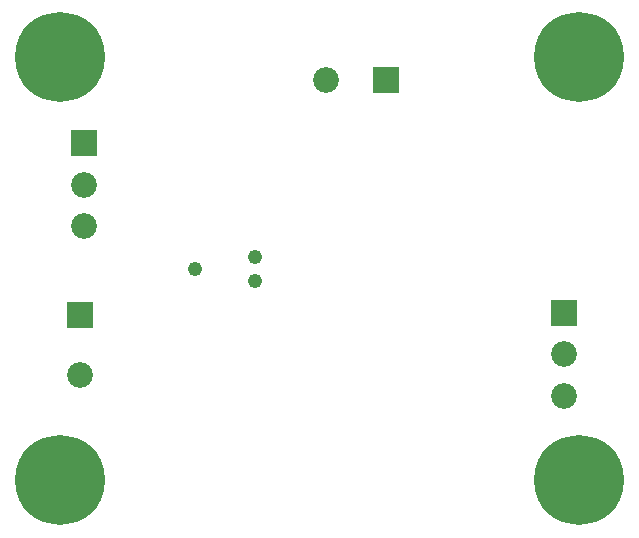
<source format=gbr>
G04 start of page 8 for group -4062 idx -4062 *
G04 Title: (unknown), soldermask *
G04 Creator: pcb 4.0.2 *
G04 CreationDate: Mon Feb 22 17:58:17 2021 UTC *
G04 For: ndholmes *
G04 Format: Gerber/RS-274X *
G04 PCB-Dimensions (mil): 2100.00 1750.00 *
G04 PCB-Coordinate-Origin: lower left *
%MOIN*%
%FSLAX25Y25*%
%LNBOTTOMMASK*%
%ADD51C,0.0490*%
%ADD50C,0.0860*%
%ADD49C,0.0001*%
%ADD48C,0.2997*%
G54D48*X190000Y158000D03*
G54D49*G36*
X121200Y154800D02*Y146200D01*
X129800D01*
Y154800D01*
X121200D01*
G37*
G54D50*X105500Y150500D03*
G54D48*X17000Y17000D03*
X190000D03*
X17000Y158000D03*
G54D49*G36*
X20700Y133580D02*Y124980D01*
X29300D01*
Y133580D01*
X20700D01*
G37*
G54D50*X25000Y115500D03*
Y101721D03*
G54D49*G36*
X19200Y76352D02*Y67752D01*
X27800D01*
Y76352D01*
X19200D01*
G37*
G54D50*X23500Y52052D03*
G54D51*X62000Y87500D03*
X82000Y91500D03*
Y83500D03*
G54D49*G36*
X180700Y77080D02*Y68480D01*
X189300D01*
Y77080D01*
X180700D01*
G37*
G54D50*X185000Y59000D03*
Y45221D03*
M02*

</source>
